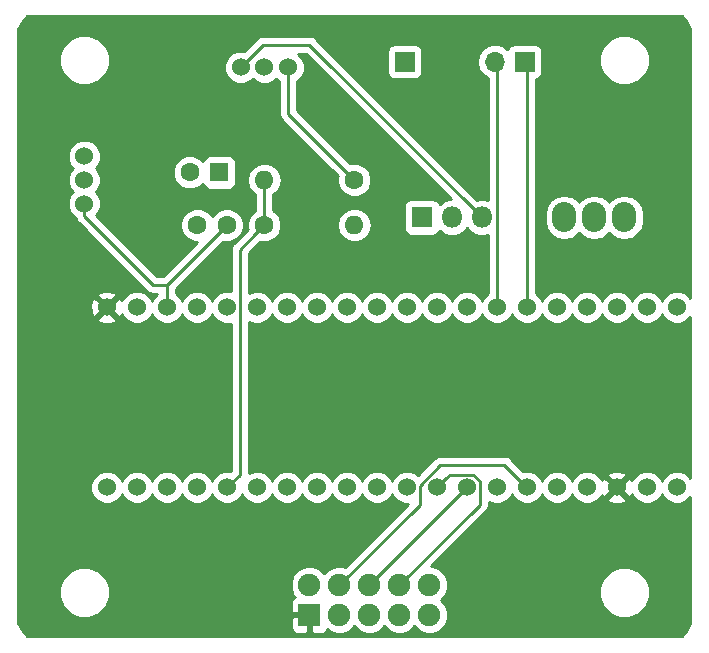
<source format=gbr>
G04 #@! TF.GenerationSoftware,KiCad,Pcbnew,(5.0.1-3-g963ef8bb5)*
G04 #@! TF.CreationDate,2019-04-02T14:03:18+07:00*
G04 #@! TF.ProjectId,STMaytal32v04,53544D617974616C33327630342E6B69,rev?*
G04 #@! TF.SameCoordinates,Original*
G04 #@! TF.FileFunction,Copper,L1,Top,Signal*
G04 #@! TF.FilePolarity,Positive*
%FSLAX46Y46*%
G04 Gerber Fmt 4.6, Leading zero omitted, Abs format (unit mm)*
G04 Created by KiCad (PCBNEW (5.0.1-3-g963ef8bb5)) date Tuesday, April 02, 2019 at 02:03:18 PM*
%MOMM*%
%LPD*%
G01*
G04 APERTURE LIST*
G04 #@! TA.AperFunction,ComponentPad*
%ADD10C,1.524000*%
G04 #@! TD*
G04 #@! TA.AperFunction,ComponentPad*
%ADD11C,1.600000*%
G04 #@! TD*
G04 #@! TA.AperFunction,ComponentPad*
%ADD12R,1.600000X1.600000*%
G04 #@! TD*
G04 #@! TA.AperFunction,ComponentPad*
%ADD13O,1.600000X1.600000*%
G04 #@! TD*
G04 #@! TA.AperFunction,ComponentPad*
%ADD14O,2.032000X2.540000*%
G04 #@! TD*
G04 #@! TA.AperFunction,ComponentPad*
%ADD15O,1.800000X1.800000*%
G04 #@! TD*
G04 #@! TA.AperFunction,ComponentPad*
%ADD16R,1.800000X1.800000*%
G04 #@! TD*
G04 #@! TA.AperFunction,ComponentPad*
%ADD17R,1.700000X1.700000*%
G04 #@! TD*
G04 #@! TA.AperFunction,ComponentPad*
%ADD18O,1.700000X1.700000*%
G04 #@! TD*
G04 #@! TA.AperFunction,ComponentPad*
%ADD19C,1.905000*%
G04 #@! TD*
G04 #@! TA.AperFunction,ComponentPad*
%ADD20R,1.905000X1.905000*%
G04 #@! TD*
G04 #@! TA.AperFunction,Conductor*
%ADD21C,0.250000*%
G04 #@! TD*
G04 #@! TA.AperFunction,Conductor*
%ADD22C,0.254000*%
G04 #@! TD*
G04 APERTURE END LIST*
D10*
G04 #@! TO.P,J1,3*
G04 #@! TO.N,Net-(J1-Pad3)*
X196310000Y-80010000D03*
G04 #@! TO.P,J1,1*
G04 #@! TO.N,Net-(J1-Pad1)*
X192310000Y-80010000D03*
G04 #@! TO.P,J1,2*
G04 #@! TO.N,GND*
X194310000Y-80010000D03*
G04 #@! TD*
D11*
G04 #@! TO.P,C1,2*
G04 #@! TO.N,GND*
X188000000Y-88900000D03*
D12*
G04 #@! TO.P,C1,1*
G04 #@! TO.N,VBAT*
X190500000Y-88900000D03*
G04 #@! TD*
D13*
G04 #@! TO.P,R2,2*
G04 #@! TO.N,GND*
X201930000Y-93345000D03*
D11*
G04 #@! TO.P,R2,1*
G04 #@! TO.N,PRESSURE*
X194310000Y-93345000D03*
G04 #@! TD*
D14*
G04 #@! TO.P,Q1,1*
G04 #@! TO.N,Q1_BASE*
X219710000Y-92710000D03*
G04 #@! TO.P,Q1,3*
G04 #@! TO.N,GND*
X224790000Y-92710000D03*
G04 #@! TO.P,Q1,2*
G04 #@! TO.N,Net-(Q1-Pad2)*
X222250000Y-92710000D03*
G04 #@! TD*
D11*
G04 #@! TO.P,R1,1*
G04 #@! TO.N,Net-(J1-Pad3)*
X201930000Y-89535000D03*
D13*
G04 #@! TO.P,R1,2*
G04 #@! TO.N,PRESSURE*
X194310000Y-89535000D03*
G04 #@! TD*
D15*
G04 #@! TO.P,U2,3*
G04 #@! TO.N,Net-(J1-Pad1)*
X212725000Y-92710000D03*
G04 #@! TO.P,U2,2*
G04 #@! TO.N,Net-(Q1-Pad2)*
X210185000Y-92710000D03*
D16*
G04 #@! TO.P,U2,1*
G04 #@! TO.N,VBAT*
X207645000Y-92710000D03*
G04 #@! TD*
D11*
G04 #@! TO.P,C2,2*
G04 #@! TO.N,GND*
X188635000Y-93345000D03*
G04 #@! TO.P,C2,1*
G04 #@! TO.N,VBAT*
X191135000Y-93345000D03*
G04 #@! TD*
D17*
G04 #@! TO.P,J3,1*
G04 #@! TO.N,GND*
X206197903Y-79529485D03*
G04 #@! TD*
G04 #@! TO.P,J4,1*
G04 #@! TO.N,SERIAL1.TX*
X216357903Y-79529485D03*
D18*
G04 #@! TO.P,J4,2*
G04 #@! TO.N,SERIAL1.RX*
X213817903Y-79529485D03*
G04 #@! TD*
D19*
G04 #@! TO.P,J2,5*
G04 #@! TO.N,CS-RI*
X203200000Y-126365000D03*
G04 #@! TO.P,J2,7*
G04 #@! TO.N,SCK-RX*
X205740000Y-126365000D03*
G04 #@! TO.P,J2,3*
G04 #@! TO.N,G0*
X200660000Y-126365000D03*
G04 #@! TO.P,J2,9*
G04 #@! TO.N,MISO-TX*
X208280000Y-126365000D03*
D20*
G04 #@! TO.P,J2,1*
G04 #@! TO.N,VCC*
X198120000Y-126365000D03*
D19*
G04 #@! TO.P,J2,10*
G04 #@! TO.N,GND*
X208280000Y-123825000D03*
G04 #@! TO.P,J2,8*
G04 #@! TO.N,MOSI-KEY*
X205740000Y-123825000D03*
G04 #@! TO.P,J2,6*
G04 #@! TO.N,RST*
X203200000Y-123825000D03*
G04 #@! TO.P,J2,4*
G04 #@! TO.N,G1-PSTAT*
X200660000Y-123825000D03*
G04 #@! TO.P,J2,2*
G04 #@! TO.N,EN*
X198120000Y-123825000D03*
G04 #@! TD*
D10*
G04 #@! TO.P,U1,1*
G04 #@! TO.N,Net-(U1-Pad1)*
X180975000Y-115570000D03*
G04 #@! TO.P,U1,2*
G04 #@! TO.N,Net-(U1-Pad2)*
X183515000Y-115570000D03*
G04 #@! TO.P,U1,3*
G04 #@! TO.N,Net-(U1-Pad3)*
X186055000Y-115570000D03*
G04 #@! TO.P,U1,4*
G04 #@! TO.N,Net-(U1-Pad4)*
X188595000Y-115570000D03*
G04 #@! TO.P,U1,10*
G04 #@! TO.N,PRESSURE*
X191135000Y-115570000D03*
G04 #@! TO.P,U1,11*
G04 #@! TO.N,Net-(U1-Pad11)*
X193675000Y-115570000D03*
G04 #@! TO.P,U1,12*
G04 #@! TO.N,Net-(U1-Pad12)*
X196215000Y-115570000D03*
G04 #@! TO.P,U1,13*
G04 #@! TO.N,G0*
X198755000Y-115570000D03*
G04 #@! TO.P,U1,14*
G04 #@! TO.N,CS-RI*
X201295000Y-115570000D03*
G04 #@! TO.P,U1,15*
G04 #@! TO.N,SCK-RX*
X203835000Y-115570000D03*
G04 #@! TO.P,U1,16*
G04 #@! TO.N,MISO-TX*
X206375000Y-115570000D03*
G04 #@! TO.P,U1,17*
G04 #@! TO.N,MOSI-KEY*
X208915000Y-115570000D03*
G04 #@! TO.P,U1,18*
G04 #@! TO.N,RST*
X211455000Y-115570000D03*
G04 #@! TO.P,U1,19*
G04 #@! TO.N,Q1_BASE*
X213995000Y-115570000D03*
G04 #@! TO.P,U1,21*
G04 #@! TO.N,G1-PSTAT*
X216535000Y-115570000D03*
G04 #@! TO.P,U1,22*
G04 #@! TO.N,EN*
X219075000Y-115570000D03*
G04 #@! TO.P,U1,7*
G04 #@! TO.N,Net-(U1-Pad7)*
X221615000Y-115570000D03*
G04 #@! TO.P,U1,3V3*
G04 #@! TO.N,VCC*
X224155000Y-115570000D03*
G04 #@! TO.P,U1,GND*
G04 #@! TO.N,GND*
X226695000Y-115570000D03*
X229235000Y-115570000D03*
G04 #@! TO.P,U1,3V3*
G04 #@! TO.N,VCC*
X180975000Y-100330000D03*
G04 #@! TO.P,U1,42*
G04 #@! TO.N,Net-(U1-Pad42)*
X196215000Y-100330000D03*
G04 #@! TO.P,U1,27*
G04 #@! TO.N,Net-(U1-Pad27)*
X224155000Y-100330000D03*
G04 #@! TO.P,U1,32*
G04 #@! TO.N,Net-(U1-Pad32)*
X211455000Y-100330000D03*
G04 #@! TO.P,U1,31*
G04 #@! TO.N,SERIAL1.RX*
X213995000Y-100330000D03*
G04 #@! TO.P,U1,33*
G04 #@! TO.N,Net-(U1-Pad33)*
X208915000Y-100330000D03*
G04 #@! TO.P,U1,38*
G04 #@! TO.N,N/C*
X206375000Y-100330000D03*
G04 #@! TO.P,U1,30*
G04 #@! TO.N,SERIAL1.TX*
X216535000Y-100330000D03*
G04 #@! TO.P,U1,28*
G04 #@! TO.N,Net-(U1-Pad28)*
X221615000Y-100330000D03*
G04 #@! TO.P,U1,26*
G04 #@! TO.N,Net-(U1-Pad26)*
X226695000Y-100330000D03*
G04 #@! TO.P,U1,41*
G04 #@! TO.N,Net-(U1-Pad41)*
X198755000Y-100330000D03*
G04 #@! TO.P,U1,40*
G04 #@! TO.N,Net-(U1-Pad40)*
X201295000Y-100330000D03*
G04 #@! TO.P,U1,29*
G04 #@! TO.N,Net-(U1-Pad29)*
X219075000Y-100330000D03*
G04 #@! TO.P,U1,46*
G04 #@! TO.N,Net-(U1-Pad46)*
X188595000Y-100330000D03*
G04 #@! TO.P,U1,45*
G04 #@! TO.N,Net-(U1-Pad45)*
X191135000Y-100330000D03*
G04 #@! TO.P,U1,5V*
G04 #@! TO.N,VBAT*
X186055000Y-100330000D03*
G04 #@! TO.P,U1,25*
G04 #@! TO.N,Net-(U1-Pad25)*
X229235000Y-100330000D03*
G04 #@! TO.P,U1,GND*
G04 #@! TO.N,GND*
X183515000Y-100330000D03*
G04 #@! TO.P,U1,43*
G04 #@! TO.N,Net-(U1-Pad43)*
X193675000Y-100330000D03*
G04 #@! TO.P,U1,39*
G04 #@! TO.N,Net-(U1-Pad39)*
X203835000Y-100330000D03*
G04 #@! TD*
G04 #@! TO.P,BT1,2*
G04 #@! TO.N,N/C*
X179070000Y-89535000D03*
G04 #@! TO.P,BT1,1*
G04 #@! TO.N,GND*
X179070000Y-87535000D03*
G04 #@! TO.P,BT1,3*
G04 #@! TO.N,VBAT*
X179070000Y-91535000D03*
G04 #@! TD*
D21*
G04 #@! TO.N,VBAT*
X186055000Y-98425000D02*
X191135000Y-93345000D01*
X186055000Y-100330000D02*
X186055000Y-98425000D01*
X179070000Y-92612630D02*
X184882370Y-98425000D01*
X179070000Y-91535000D02*
X179070000Y-92612630D01*
X184882370Y-98425000D02*
X186055000Y-98425000D01*
G04 #@! TO.N,Net-(J1-Pad3)*
X196310000Y-83915000D02*
X201930000Y-89535000D01*
X196310000Y-80010000D02*
X196310000Y-83915000D01*
G04 #@! TO.N,Net-(J1-Pad1)*
X192310000Y-80010000D02*
X194215000Y-78105000D01*
X198120000Y-78105000D02*
X212725000Y-92710000D01*
X194215000Y-78105000D02*
X198120000Y-78105000D01*
G04 #@! TO.N,PRESSURE*
X194310000Y-89535000D02*
X194310000Y-93345000D01*
X193510001Y-94144999D02*
X194310000Y-93345000D01*
X192222001Y-114482999D02*
X192222001Y-95432999D01*
X192222001Y-95432999D02*
X193510001Y-94144999D01*
X191135000Y-115570000D02*
X192222001Y-114482999D01*
G04 #@! TO.N,RST*
X203200000Y-123825000D02*
X211455000Y-115570000D01*
G04 #@! TO.N,MOSI-KEY*
X209676999Y-114808001D02*
X208915000Y-115570000D01*
X211976761Y-114482999D02*
X210002001Y-114482999D01*
X210002001Y-114482999D02*
X209676999Y-114808001D01*
X212542001Y-117022999D02*
X212542001Y-115048239D01*
X212542001Y-115048239D02*
X211976761Y-114482999D01*
X205740000Y-123825000D02*
X212542001Y-117022999D01*
G04 #@! TO.N,G1-PSTAT*
X207462001Y-115414237D02*
X209211238Y-113665000D01*
X207462001Y-117022999D02*
X207462001Y-115414237D01*
X200660000Y-123825000D02*
X207462001Y-117022999D01*
X214630000Y-113665000D02*
X215900000Y-114935000D01*
X209211238Y-113665000D02*
X214630000Y-113665000D01*
X215900000Y-114935000D02*
X216535000Y-115570000D01*
G04 #@! TO.N,SERIAL1.RX*
X213995000Y-79706582D02*
X213817903Y-79529485D01*
X213995000Y-100330000D02*
X213995000Y-79706582D01*
G04 #@! TO.N,SERIAL1.TX*
X216535000Y-100330000D02*
X216535000Y-79706582D01*
X216535000Y-79706582D02*
X216357903Y-79529485D01*
G04 #@! TD*
D22*
G04 #@! TO.N,VCC*
G36*
X229965789Y-76075919D02*
X230378000Y-76748585D01*
X230378000Y-99497343D01*
X230026337Y-99145680D01*
X229512881Y-98933000D01*
X228957119Y-98933000D01*
X228443663Y-99145680D01*
X228050680Y-99538663D01*
X227965000Y-99745513D01*
X227879320Y-99538663D01*
X227486337Y-99145680D01*
X226972881Y-98933000D01*
X226417119Y-98933000D01*
X225903663Y-99145680D01*
X225510680Y-99538663D01*
X225425000Y-99745513D01*
X225339320Y-99538663D01*
X224946337Y-99145680D01*
X224432881Y-98933000D01*
X223877119Y-98933000D01*
X223363663Y-99145680D01*
X222970680Y-99538663D01*
X222885000Y-99745513D01*
X222799320Y-99538663D01*
X222406337Y-99145680D01*
X221892881Y-98933000D01*
X221337119Y-98933000D01*
X220823663Y-99145680D01*
X220430680Y-99538663D01*
X220345000Y-99745513D01*
X220259320Y-99538663D01*
X219866337Y-99145680D01*
X219352881Y-98933000D01*
X218797119Y-98933000D01*
X218283663Y-99145680D01*
X217890680Y-99538663D01*
X217805000Y-99745513D01*
X217719320Y-99538663D01*
X217326337Y-99145680D01*
X217295000Y-99132700D01*
X217295000Y-92293392D01*
X218059000Y-92293392D01*
X218059000Y-93126609D01*
X218154792Y-93608188D01*
X218519695Y-94154305D01*
X219065813Y-94519208D01*
X219710000Y-94647345D01*
X220354188Y-94519208D01*
X220900305Y-94154305D01*
X220980000Y-94035033D01*
X221059695Y-94154305D01*
X221605813Y-94519208D01*
X222250000Y-94647345D01*
X222894188Y-94519208D01*
X223440305Y-94154305D01*
X223520000Y-94035033D01*
X223599695Y-94154305D01*
X224145813Y-94519208D01*
X224790000Y-94647345D01*
X225434188Y-94519208D01*
X225980305Y-94154305D01*
X226345208Y-93608188D01*
X226441000Y-93126608D01*
X226441000Y-92293391D01*
X226345208Y-91811812D01*
X225980305Y-91265695D01*
X225434187Y-90900792D01*
X224790000Y-90772655D01*
X224145812Y-90900792D01*
X223599695Y-91265695D01*
X223520000Y-91384967D01*
X223440305Y-91265695D01*
X222894187Y-90900792D01*
X222250000Y-90772655D01*
X221605812Y-90900792D01*
X221059695Y-91265695D01*
X220980000Y-91384967D01*
X220900305Y-91265695D01*
X220354187Y-90900792D01*
X219710000Y-90772655D01*
X219065812Y-90900792D01*
X218519695Y-91265695D01*
X218154792Y-91811813D01*
X218059000Y-92293392D01*
X217295000Y-92293392D01*
X217295000Y-81009601D01*
X217455668Y-80977642D01*
X217665712Y-80837294D01*
X217806060Y-80627250D01*
X217855343Y-80379485D01*
X217855343Y-78950322D01*
X222655000Y-78950322D01*
X222655000Y-79799678D01*
X222980034Y-80584380D01*
X223580620Y-81184966D01*
X224365322Y-81510000D01*
X225214678Y-81510000D01*
X225999380Y-81184966D01*
X226599966Y-80584380D01*
X226925000Y-79799678D01*
X226925000Y-78950322D01*
X226599966Y-78165620D01*
X225999380Y-77565034D01*
X225214678Y-77240000D01*
X224365322Y-77240000D01*
X223580620Y-77565034D01*
X222980034Y-78165620D01*
X222655000Y-78950322D01*
X217855343Y-78950322D01*
X217855343Y-78679485D01*
X217806060Y-78431720D01*
X217665712Y-78221676D01*
X217455668Y-78081328D01*
X217207903Y-78032045D01*
X215507903Y-78032045D01*
X215260138Y-78081328D01*
X215050094Y-78221676D01*
X214909746Y-78431720D01*
X214900719Y-78477104D01*
X214888528Y-78458860D01*
X214397321Y-78130646D01*
X213964159Y-78044485D01*
X213671647Y-78044485D01*
X213238485Y-78130646D01*
X212747278Y-78458860D01*
X212419064Y-78950067D01*
X212303811Y-79529485D01*
X212419064Y-80108903D01*
X212747278Y-80600110D01*
X213235001Y-80925996D01*
X213235000Y-91246373D01*
X212876182Y-91175000D01*
X212573818Y-91175000D01*
X212316071Y-91226269D01*
X199769287Y-78679485D01*
X204700463Y-78679485D01*
X204700463Y-80379485D01*
X204749746Y-80627250D01*
X204890094Y-80837294D01*
X205100138Y-80977642D01*
X205347903Y-81026925D01*
X207047903Y-81026925D01*
X207295668Y-80977642D01*
X207505712Y-80837294D01*
X207646060Y-80627250D01*
X207695343Y-80379485D01*
X207695343Y-78679485D01*
X207646060Y-78431720D01*
X207505712Y-78221676D01*
X207295668Y-78081328D01*
X207047903Y-78032045D01*
X205347903Y-78032045D01*
X205100138Y-78081328D01*
X204890094Y-78221676D01*
X204749746Y-78431720D01*
X204700463Y-78679485D01*
X199769287Y-78679485D01*
X198710331Y-77620530D01*
X198667929Y-77557071D01*
X198416537Y-77389096D01*
X198194852Y-77345000D01*
X198194847Y-77345000D01*
X198120000Y-77330112D01*
X198045153Y-77345000D01*
X194289848Y-77345000D01*
X194215000Y-77330112D01*
X194140152Y-77345000D01*
X194140148Y-77345000D01*
X193966605Y-77379520D01*
X193918462Y-77389096D01*
X193796768Y-77470410D01*
X193667071Y-77557071D01*
X193624671Y-77620527D01*
X192619218Y-78625980D01*
X192587881Y-78613000D01*
X192032119Y-78613000D01*
X191518663Y-78825680D01*
X191125680Y-79218663D01*
X190913000Y-79732119D01*
X190913000Y-80287881D01*
X191125680Y-80801337D01*
X191518663Y-81194320D01*
X192032119Y-81407000D01*
X192587881Y-81407000D01*
X193101337Y-81194320D01*
X193310000Y-80985657D01*
X193518663Y-81194320D01*
X194032119Y-81407000D01*
X194587881Y-81407000D01*
X195101337Y-81194320D01*
X195310000Y-80985657D01*
X195518663Y-81194320D01*
X195550000Y-81207300D01*
X195550001Y-83840148D01*
X195535112Y-83915000D01*
X195550001Y-83989852D01*
X195594097Y-84211537D01*
X195762072Y-84462929D01*
X195825528Y-84505329D01*
X200516896Y-89196698D01*
X200495000Y-89249561D01*
X200495000Y-89820439D01*
X200713466Y-90347862D01*
X201117138Y-90751534D01*
X201644561Y-90970000D01*
X202215439Y-90970000D01*
X202742862Y-90751534D01*
X203146534Y-90347862D01*
X203365000Y-89820439D01*
X203365000Y-89249561D01*
X203146534Y-88722138D01*
X202742862Y-88318466D01*
X202215439Y-88100000D01*
X201644561Y-88100000D01*
X201591698Y-88121896D01*
X197070000Y-83600199D01*
X197070000Y-81207300D01*
X197101337Y-81194320D01*
X197494320Y-80801337D01*
X197707000Y-80287881D01*
X197707000Y-79732119D01*
X197494320Y-79218663D01*
X197140657Y-78865000D01*
X197805199Y-78865000D01*
X210115198Y-91175000D01*
X210033818Y-91175000D01*
X209586073Y-91264062D01*
X209142129Y-91560696D01*
X209002809Y-91352191D01*
X208792765Y-91211843D01*
X208545000Y-91162560D01*
X206745000Y-91162560D01*
X206497235Y-91211843D01*
X206287191Y-91352191D01*
X206146843Y-91562235D01*
X206097560Y-91810000D01*
X206097560Y-93610000D01*
X206146843Y-93857765D01*
X206287191Y-94067809D01*
X206497235Y-94208157D01*
X206745000Y-94257440D01*
X208545000Y-94257440D01*
X208792765Y-94208157D01*
X209002809Y-94067809D01*
X209142129Y-93859304D01*
X209586073Y-94155938D01*
X210033818Y-94245000D01*
X210336182Y-94245000D01*
X210783927Y-94155938D01*
X211291673Y-93816673D01*
X211455000Y-93572237D01*
X211618327Y-93816673D01*
X212126073Y-94155938D01*
X212573818Y-94245000D01*
X212876182Y-94245000D01*
X213235000Y-94173627D01*
X213235000Y-99132700D01*
X213203663Y-99145680D01*
X212810680Y-99538663D01*
X212725000Y-99745513D01*
X212639320Y-99538663D01*
X212246337Y-99145680D01*
X211732881Y-98933000D01*
X211177119Y-98933000D01*
X210663663Y-99145680D01*
X210270680Y-99538663D01*
X210185000Y-99745513D01*
X210099320Y-99538663D01*
X209706337Y-99145680D01*
X209192881Y-98933000D01*
X208637119Y-98933000D01*
X208123663Y-99145680D01*
X207730680Y-99538663D01*
X207645000Y-99745513D01*
X207559320Y-99538663D01*
X207166337Y-99145680D01*
X206652881Y-98933000D01*
X206097119Y-98933000D01*
X205583663Y-99145680D01*
X205190680Y-99538663D01*
X205105000Y-99745513D01*
X205019320Y-99538663D01*
X204626337Y-99145680D01*
X204112881Y-98933000D01*
X203557119Y-98933000D01*
X203043663Y-99145680D01*
X202650680Y-99538663D01*
X202565000Y-99745513D01*
X202479320Y-99538663D01*
X202086337Y-99145680D01*
X201572881Y-98933000D01*
X201017119Y-98933000D01*
X200503663Y-99145680D01*
X200110680Y-99538663D01*
X200025000Y-99745513D01*
X199939320Y-99538663D01*
X199546337Y-99145680D01*
X199032881Y-98933000D01*
X198477119Y-98933000D01*
X197963663Y-99145680D01*
X197570680Y-99538663D01*
X197485000Y-99745513D01*
X197399320Y-99538663D01*
X197006337Y-99145680D01*
X196492881Y-98933000D01*
X195937119Y-98933000D01*
X195423663Y-99145680D01*
X195030680Y-99538663D01*
X194945000Y-99745513D01*
X194859320Y-99538663D01*
X194466337Y-99145680D01*
X193952881Y-98933000D01*
X193397119Y-98933000D01*
X192982001Y-99104947D01*
X192982001Y-95747800D01*
X193971698Y-94758104D01*
X194024561Y-94780000D01*
X194595439Y-94780000D01*
X195122862Y-94561534D01*
X195526534Y-94157862D01*
X195745000Y-93630439D01*
X195745000Y-93345000D01*
X200466887Y-93345000D01*
X200578260Y-93904909D01*
X200895423Y-94379577D01*
X201370091Y-94696740D01*
X201788667Y-94780000D01*
X202071333Y-94780000D01*
X202489909Y-94696740D01*
X202964577Y-94379577D01*
X203281740Y-93904909D01*
X203393113Y-93345000D01*
X203281740Y-92785091D01*
X202964577Y-92310423D01*
X202489909Y-91993260D01*
X202071333Y-91910000D01*
X201788667Y-91910000D01*
X201370091Y-91993260D01*
X200895423Y-92310423D01*
X200578260Y-92785091D01*
X200466887Y-93345000D01*
X195745000Y-93345000D01*
X195745000Y-93059561D01*
X195526534Y-92532138D01*
X195122862Y-92128466D01*
X195070000Y-92106570D01*
X195070000Y-90753043D01*
X195344577Y-90569577D01*
X195661740Y-90094909D01*
X195773113Y-89535000D01*
X195661740Y-88975091D01*
X195344577Y-88500423D01*
X194869909Y-88183260D01*
X194451333Y-88100000D01*
X194168667Y-88100000D01*
X193750091Y-88183260D01*
X193275423Y-88500423D01*
X192958260Y-88975091D01*
X192846887Y-89535000D01*
X192958260Y-90094909D01*
X193275423Y-90569577D01*
X193550000Y-90753044D01*
X193550001Y-92106570D01*
X193497138Y-92128466D01*
X193093466Y-92532138D01*
X192875000Y-93059561D01*
X192875000Y-93630439D01*
X192896896Y-93683302D01*
X191737529Y-94842670D01*
X191674073Y-94885070D01*
X191631673Y-94948526D01*
X191631672Y-94948527D01*
X191506098Y-95136462D01*
X191447113Y-95432999D01*
X191462002Y-95507851D01*
X191462002Y-98953346D01*
X191412881Y-98933000D01*
X190857119Y-98933000D01*
X190343663Y-99145680D01*
X189950680Y-99538663D01*
X189865000Y-99745513D01*
X189779320Y-99538663D01*
X189386337Y-99145680D01*
X188872881Y-98933000D01*
X188317119Y-98933000D01*
X187803663Y-99145680D01*
X187410680Y-99538663D01*
X187325000Y-99745513D01*
X187239320Y-99538663D01*
X186846337Y-99145680D01*
X186815000Y-99132700D01*
X186815000Y-98739801D01*
X190796698Y-94758104D01*
X190849561Y-94780000D01*
X191420439Y-94780000D01*
X191947862Y-94561534D01*
X192351534Y-94157862D01*
X192570000Y-93630439D01*
X192570000Y-93059561D01*
X192351534Y-92532138D01*
X191947862Y-92128466D01*
X191420439Y-91910000D01*
X190849561Y-91910000D01*
X190322138Y-92128466D01*
X189918466Y-92532138D01*
X189885000Y-92612932D01*
X189851534Y-92532138D01*
X189447862Y-92128466D01*
X188920439Y-91910000D01*
X188349561Y-91910000D01*
X187822138Y-92128466D01*
X187418466Y-92532138D01*
X187200000Y-93059561D01*
X187200000Y-93630439D01*
X187418466Y-94157862D01*
X187822138Y-94561534D01*
X188349561Y-94780000D01*
X188625198Y-94780000D01*
X185740199Y-97665000D01*
X185197173Y-97665000D01*
X180056414Y-92524243D01*
X180254320Y-92326337D01*
X180467000Y-91812881D01*
X180467000Y-91257119D01*
X180254320Y-90743663D01*
X180045657Y-90535000D01*
X180254320Y-90326337D01*
X180467000Y-89812881D01*
X180467000Y-89257119D01*
X180254320Y-88743663D01*
X180125218Y-88614561D01*
X186565000Y-88614561D01*
X186565000Y-89185439D01*
X186783466Y-89712862D01*
X187187138Y-90116534D01*
X187714561Y-90335000D01*
X188285439Y-90335000D01*
X188812862Y-90116534D01*
X189081899Y-89847497D01*
X189101843Y-89947765D01*
X189242191Y-90157809D01*
X189452235Y-90298157D01*
X189700000Y-90347440D01*
X191300000Y-90347440D01*
X191547765Y-90298157D01*
X191757809Y-90157809D01*
X191898157Y-89947765D01*
X191947440Y-89700000D01*
X191947440Y-88100000D01*
X191898157Y-87852235D01*
X191757809Y-87642191D01*
X191547765Y-87501843D01*
X191300000Y-87452560D01*
X189700000Y-87452560D01*
X189452235Y-87501843D01*
X189242191Y-87642191D01*
X189101843Y-87852235D01*
X189081899Y-87952503D01*
X188812862Y-87683466D01*
X188285439Y-87465000D01*
X187714561Y-87465000D01*
X187187138Y-87683466D01*
X186783466Y-88087138D01*
X186565000Y-88614561D01*
X180125218Y-88614561D01*
X180045657Y-88535000D01*
X180254320Y-88326337D01*
X180467000Y-87812881D01*
X180467000Y-87257119D01*
X180254320Y-86743663D01*
X179861337Y-86350680D01*
X179347881Y-86138000D01*
X178792119Y-86138000D01*
X178278663Y-86350680D01*
X177885680Y-86743663D01*
X177673000Y-87257119D01*
X177673000Y-87812881D01*
X177885680Y-88326337D01*
X178094343Y-88535000D01*
X177885680Y-88743663D01*
X177673000Y-89257119D01*
X177673000Y-89812881D01*
X177885680Y-90326337D01*
X178094343Y-90535000D01*
X177885680Y-90743663D01*
X177673000Y-91257119D01*
X177673000Y-91812881D01*
X177885680Y-92326337D01*
X178278663Y-92719320D01*
X178319716Y-92736325D01*
X178354097Y-92909167D01*
X178447172Y-93048463D01*
X178522072Y-93160559D01*
X178585528Y-93202959D01*
X184292043Y-98909476D01*
X184334441Y-98972929D01*
X184397894Y-99015327D01*
X184397896Y-99015329D01*
X184523272Y-99099102D01*
X184585833Y-99140904D01*
X184807518Y-99185000D01*
X184807522Y-99185000D01*
X184882369Y-99199888D01*
X184957216Y-99185000D01*
X185224343Y-99185000D01*
X184870680Y-99538663D01*
X184785000Y-99745513D01*
X184699320Y-99538663D01*
X184306337Y-99145680D01*
X183792881Y-98933000D01*
X183237119Y-98933000D01*
X182723663Y-99145680D01*
X182330680Y-99538663D01*
X182251572Y-99729647D01*
X182197397Y-99598857D01*
X181955213Y-99529392D01*
X181154605Y-100330000D01*
X181955213Y-101130608D01*
X182197397Y-101061143D01*
X182247535Y-100920607D01*
X182330680Y-101121337D01*
X182723663Y-101514320D01*
X183237119Y-101727000D01*
X183792881Y-101727000D01*
X184306337Y-101514320D01*
X184699320Y-101121337D01*
X184785000Y-100914487D01*
X184870680Y-101121337D01*
X185263663Y-101514320D01*
X185777119Y-101727000D01*
X186332881Y-101727000D01*
X186846337Y-101514320D01*
X187239320Y-101121337D01*
X187325000Y-100914487D01*
X187410680Y-101121337D01*
X187803663Y-101514320D01*
X188317119Y-101727000D01*
X188872881Y-101727000D01*
X189386337Y-101514320D01*
X189779320Y-101121337D01*
X189865000Y-100914487D01*
X189950680Y-101121337D01*
X190343663Y-101514320D01*
X190857119Y-101727000D01*
X191412881Y-101727000D01*
X191462002Y-101706654D01*
X191462001Y-114168197D01*
X191444218Y-114185980D01*
X191412881Y-114173000D01*
X190857119Y-114173000D01*
X190343663Y-114385680D01*
X189950680Y-114778663D01*
X189865000Y-114985513D01*
X189779320Y-114778663D01*
X189386337Y-114385680D01*
X188872881Y-114173000D01*
X188317119Y-114173000D01*
X187803663Y-114385680D01*
X187410680Y-114778663D01*
X187325000Y-114985513D01*
X187239320Y-114778663D01*
X186846337Y-114385680D01*
X186332881Y-114173000D01*
X185777119Y-114173000D01*
X185263663Y-114385680D01*
X184870680Y-114778663D01*
X184785000Y-114985513D01*
X184699320Y-114778663D01*
X184306337Y-114385680D01*
X183792881Y-114173000D01*
X183237119Y-114173000D01*
X182723663Y-114385680D01*
X182330680Y-114778663D01*
X182245000Y-114985513D01*
X182159320Y-114778663D01*
X181766337Y-114385680D01*
X181252881Y-114173000D01*
X180697119Y-114173000D01*
X180183663Y-114385680D01*
X179790680Y-114778663D01*
X179578000Y-115292119D01*
X179578000Y-115847881D01*
X179790680Y-116361337D01*
X180183663Y-116754320D01*
X180697119Y-116967000D01*
X181252881Y-116967000D01*
X181766337Y-116754320D01*
X182159320Y-116361337D01*
X182245000Y-116154487D01*
X182330680Y-116361337D01*
X182723663Y-116754320D01*
X183237119Y-116967000D01*
X183792881Y-116967000D01*
X184306337Y-116754320D01*
X184699320Y-116361337D01*
X184785000Y-116154487D01*
X184870680Y-116361337D01*
X185263663Y-116754320D01*
X185777119Y-116967000D01*
X186332881Y-116967000D01*
X186846337Y-116754320D01*
X187239320Y-116361337D01*
X187325000Y-116154487D01*
X187410680Y-116361337D01*
X187803663Y-116754320D01*
X188317119Y-116967000D01*
X188872881Y-116967000D01*
X189386337Y-116754320D01*
X189779320Y-116361337D01*
X189865000Y-116154487D01*
X189950680Y-116361337D01*
X190343663Y-116754320D01*
X190857119Y-116967000D01*
X191412881Y-116967000D01*
X191926337Y-116754320D01*
X192319320Y-116361337D01*
X192405000Y-116154487D01*
X192490680Y-116361337D01*
X192883663Y-116754320D01*
X193397119Y-116967000D01*
X193952881Y-116967000D01*
X194466337Y-116754320D01*
X194859320Y-116361337D01*
X194945000Y-116154487D01*
X195030680Y-116361337D01*
X195423663Y-116754320D01*
X195937119Y-116967000D01*
X196492881Y-116967000D01*
X197006337Y-116754320D01*
X197399320Y-116361337D01*
X197485000Y-116154487D01*
X197570680Y-116361337D01*
X197963663Y-116754320D01*
X198477119Y-116967000D01*
X199032881Y-116967000D01*
X199546337Y-116754320D01*
X199939320Y-116361337D01*
X200025000Y-116154487D01*
X200110680Y-116361337D01*
X200503663Y-116754320D01*
X201017119Y-116967000D01*
X201572881Y-116967000D01*
X202086337Y-116754320D01*
X202479320Y-116361337D01*
X202565000Y-116154487D01*
X202650680Y-116361337D01*
X203043663Y-116754320D01*
X203557119Y-116967000D01*
X204112881Y-116967000D01*
X204626337Y-116754320D01*
X205019320Y-116361337D01*
X205105000Y-116154487D01*
X205190680Y-116361337D01*
X205583663Y-116754320D01*
X206097119Y-116967000D01*
X206443198Y-116967000D01*
X201115021Y-122295178D01*
X200975773Y-122237500D01*
X200344227Y-122237500D01*
X199760753Y-122479182D01*
X199390000Y-122849935D01*
X199019247Y-122479182D01*
X198435773Y-122237500D01*
X197804227Y-122237500D01*
X197220753Y-122479182D01*
X196774182Y-122925753D01*
X196532500Y-123509227D01*
X196532500Y-124140773D01*
X196774182Y-124724247D01*
X196890043Y-124840108D01*
X196807802Y-124874173D01*
X196629173Y-125052801D01*
X196532500Y-125286190D01*
X196532500Y-126079250D01*
X196691250Y-126238000D01*
X197993000Y-126238000D01*
X197993000Y-126218000D01*
X198247000Y-126218000D01*
X198247000Y-126238000D01*
X198267000Y-126238000D01*
X198267000Y-126492000D01*
X198247000Y-126492000D01*
X198247000Y-127793750D01*
X198405750Y-127952500D01*
X199198809Y-127952500D01*
X199432198Y-127855827D01*
X199610827Y-127677199D01*
X199644893Y-127594958D01*
X199760753Y-127710818D01*
X200344227Y-127952500D01*
X200975773Y-127952500D01*
X201559247Y-127710818D01*
X201930000Y-127340065D01*
X202300753Y-127710818D01*
X202884227Y-127952500D01*
X203515773Y-127952500D01*
X204099247Y-127710818D01*
X204470000Y-127340065D01*
X204840753Y-127710818D01*
X205424227Y-127952500D01*
X206055773Y-127952500D01*
X206639247Y-127710818D01*
X207010000Y-127340065D01*
X207380753Y-127710818D01*
X207964227Y-127952500D01*
X208595773Y-127952500D01*
X209179247Y-127710818D01*
X209625818Y-127264247D01*
X209867500Y-126680773D01*
X209867500Y-126049227D01*
X209625818Y-125465753D01*
X209255065Y-125095000D01*
X209625818Y-124724247D01*
X209867500Y-124140773D01*
X209867500Y-124035322D01*
X222655000Y-124035322D01*
X222655000Y-124884678D01*
X222980034Y-125669380D01*
X223580620Y-126269966D01*
X224365322Y-126595000D01*
X225214678Y-126595000D01*
X225999380Y-126269966D01*
X226599966Y-125669380D01*
X226925000Y-124884678D01*
X226925000Y-124035322D01*
X226599966Y-123250620D01*
X225999380Y-122650034D01*
X225214678Y-122325000D01*
X224365322Y-122325000D01*
X223580620Y-122650034D01*
X222980034Y-123250620D01*
X222655000Y-124035322D01*
X209867500Y-124035322D01*
X209867500Y-123509227D01*
X209625818Y-122925753D01*
X209179247Y-122479182D01*
X208595773Y-122237500D01*
X208402301Y-122237500D01*
X213026474Y-117613328D01*
X213089930Y-117570928D01*
X213257905Y-117319536D01*
X213302001Y-117097851D01*
X213302001Y-117097847D01*
X213316889Y-117023000D01*
X213302001Y-116948153D01*
X213302001Y-116795053D01*
X213717119Y-116967000D01*
X214272881Y-116967000D01*
X214786337Y-116754320D01*
X215179320Y-116361337D01*
X215265000Y-116154487D01*
X215350680Y-116361337D01*
X215743663Y-116754320D01*
X216257119Y-116967000D01*
X216812881Y-116967000D01*
X217326337Y-116754320D01*
X217719320Y-116361337D01*
X217805000Y-116154487D01*
X217890680Y-116361337D01*
X218283663Y-116754320D01*
X218797119Y-116967000D01*
X219352881Y-116967000D01*
X219866337Y-116754320D01*
X220259320Y-116361337D01*
X220345000Y-116154487D01*
X220430680Y-116361337D01*
X220823663Y-116754320D01*
X221337119Y-116967000D01*
X221892881Y-116967000D01*
X222406337Y-116754320D01*
X222610444Y-116550213D01*
X223354392Y-116550213D01*
X223423857Y-116792397D01*
X223947302Y-116979144D01*
X224502368Y-116951362D01*
X224886143Y-116792397D01*
X224955608Y-116550213D01*
X224155000Y-115749605D01*
X223354392Y-116550213D01*
X222610444Y-116550213D01*
X222799320Y-116361337D01*
X222878428Y-116170353D01*
X222932603Y-116301143D01*
X223174787Y-116370608D01*
X223975395Y-115570000D01*
X223174787Y-114769392D01*
X222932603Y-114838857D01*
X222882465Y-114979393D01*
X222799320Y-114778663D01*
X222610444Y-114589787D01*
X223354392Y-114589787D01*
X224155000Y-115390395D01*
X224955608Y-114589787D01*
X224886143Y-114347603D01*
X224362698Y-114160856D01*
X223807632Y-114188638D01*
X223423857Y-114347603D01*
X223354392Y-114589787D01*
X222610444Y-114589787D01*
X222406337Y-114385680D01*
X221892881Y-114173000D01*
X221337119Y-114173000D01*
X220823663Y-114385680D01*
X220430680Y-114778663D01*
X220345000Y-114985513D01*
X220259320Y-114778663D01*
X219866337Y-114385680D01*
X219352881Y-114173000D01*
X218797119Y-114173000D01*
X218283663Y-114385680D01*
X217890680Y-114778663D01*
X217805000Y-114985513D01*
X217719320Y-114778663D01*
X217326337Y-114385680D01*
X216812881Y-114173000D01*
X216257119Y-114173000D01*
X216225782Y-114185980D01*
X215220331Y-113180530D01*
X215177929Y-113117071D01*
X214926537Y-112949096D01*
X214704852Y-112905000D01*
X214704847Y-112905000D01*
X214630000Y-112890112D01*
X214555153Y-112905000D01*
X209286086Y-112905000D01*
X209211238Y-112890112D01*
X209136390Y-112905000D01*
X209136386Y-112905000D01*
X208962843Y-112939520D01*
X208914700Y-112949096D01*
X208727656Y-113074076D01*
X208663309Y-113117071D01*
X208620909Y-113180527D01*
X207291047Y-114510390D01*
X207166337Y-114385680D01*
X206652881Y-114173000D01*
X206097119Y-114173000D01*
X205583663Y-114385680D01*
X205190680Y-114778663D01*
X205105000Y-114985513D01*
X205019320Y-114778663D01*
X204626337Y-114385680D01*
X204112881Y-114173000D01*
X203557119Y-114173000D01*
X203043663Y-114385680D01*
X202650680Y-114778663D01*
X202565000Y-114985513D01*
X202479320Y-114778663D01*
X202086337Y-114385680D01*
X201572881Y-114173000D01*
X201017119Y-114173000D01*
X200503663Y-114385680D01*
X200110680Y-114778663D01*
X200025000Y-114985513D01*
X199939320Y-114778663D01*
X199546337Y-114385680D01*
X199032881Y-114173000D01*
X198477119Y-114173000D01*
X197963663Y-114385680D01*
X197570680Y-114778663D01*
X197485000Y-114985513D01*
X197399320Y-114778663D01*
X197006337Y-114385680D01*
X196492881Y-114173000D01*
X195937119Y-114173000D01*
X195423663Y-114385680D01*
X195030680Y-114778663D01*
X194945000Y-114985513D01*
X194859320Y-114778663D01*
X194466337Y-114385680D01*
X193952881Y-114173000D01*
X193397119Y-114173000D01*
X192982001Y-114344947D01*
X192982001Y-101555053D01*
X193397119Y-101727000D01*
X193952881Y-101727000D01*
X194466337Y-101514320D01*
X194859320Y-101121337D01*
X194945000Y-100914487D01*
X195030680Y-101121337D01*
X195423663Y-101514320D01*
X195937119Y-101727000D01*
X196492881Y-101727000D01*
X197006337Y-101514320D01*
X197399320Y-101121337D01*
X197485000Y-100914487D01*
X197570680Y-101121337D01*
X197963663Y-101514320D01*
X198477119Y-101727000D01*
X199032881Y-101727000D01*
X199546337Y-101514320D01*
X199939320Y-101121337D01*
X200025000Y-100914487D01*
X200110680Y-101121337D01*
X200503663Y-101514320D01*
X201017119Y-101727000D01*
X201572881Y-101727000D01*
X202086337Y-101514320D01*
X202479320Y-101121337D01*
X202565000Y-100914487D01*
X202650680Y-101121337D01*
X203043663Y-101514320D01*
X203557119Y-101727000D01*
X204112881Y-101727000D01*
X204626337Y-101514320D01*
X205019320Y-101121337D01*
X205105000Y-100914487D01*
X205190680Y-101121337D01*
X205583663Y-101514320D01*
X206097119Y-101727000D01*
X206652881Y-101727000D01*
X207166337Y-101514320D01*
X207559320Y-101121337D01*
X207645000Y-100914487D01*
X207730680Y-101121337D01*
X208123663Y-101514320D01*
X208637119Y-101727000D01*
X209192881Y-101727000D01*
X209706337Y-101514320D01*
X210099320Y-101121337D01*
X210185000Y-100914487D01*
X210270680Y-101121337D01*
X210663663Y-101514320D01*
X211177119Y-101727000D01*
X211732881Y-101727000D01*
X212246337Y-101514320D01*
X212639320Y-101121337D01*
X212725000Y-100914487D01*
X212810680Y-101121337D01*
X213203663Y-101514320D01*
X213717119Y-101727000D01*
X214272881Y-101727000D01*
X214786337Y-101514320D01*
X215179320Y-101121337D01*
X215265000Y-100914487D01*
X215350680Y-101121337D01*
X215743663Y-101514320D01*
X216257119Y-101727000D01*
X216812881Y-101727000D01*
X217326337Y-101514320D01*
X217719320Y-101121337D01*
X217805000Y-100914487D01*
X217890680Y-101121337D01*
X218283663Y-101514320D01*
X218797119Y-101727000D01*
X219352881Y-101727000D01*
X219866337Y-101514320D01*
X220259320Y-101121337D01*
X220345000Y-100914487D01*
X220430680Y-101121337D01*
X220823663Y-101514320D01*
X221337119Y-101727000D01*
X221892881Y-101727000D01*
X222406337Y-101514320D01*
X222799320Y-101121337D01*
X222885000Y-100914487D01*
X222970680Y-101121337D01*
X223363663Y-101514320D01*
X223877119Y-101727000D01*
X224432881Y-101727000D01*
X224946337Y-101514320D01*
X225339320Y-101121337D01*
X225425000Y-100914487D01*
X225510680Y-101121337D01*
X225903663Y-101514320D01*
X226417119Y-101727000D01*
X226972881Y-101727000D01*
X227486337Y-101514320D01*
X227879320Y-101121337D01*
X227965000Y-100914487D01*
X228050680Y-101121337D01*
X228443663Y-101514320D01*
X228957119Y-101727000D01*
X229512881Y-101727000D01*
X230026337Y-101514320D01*
X230378000Y-101162657D01*
X230378000Y-114737343D01*
X230026337Y-114385680D01*
X229512881Y-114173000D01*
X228957119Y-114173000D01*
X228443663Y-114385680D01*
X228050680Y-114778663D01*
X227965000Y-114985513D01*
X227879320Y-114778663D01*
X227486337Y-114385680D01*
X226972881Y-114173000D01*
X226417119Y-114173000D01*
X225903663Y-114385680D01*
X225510680Y-114778663D01*
X225431572Y-114969647D01*
X225377397Y-114838857D01*
X225135213Y-114769392D01*
X224334605Y-115570000D01*
X225135213Y-116370608D01*
X225377397Y-116301143D01*
X225427535Y-116160607D01*
X225510680Y-116361337D01*
X225903663Y-116754320D01*
X226417119Y-116967000D01*
X226972881Y-116967000D01*
X227486337Y-116754320D01*
X227879320Y-116361337D01*
X227965000Y-116154487D01*
X228050680Y-116361337D01*
X228443663Y-116754320D01*
X228957119Y-116967000D01*
X229512881Y-116967000D01*
X230026337Y-116754320D01*
X230378000Y-116402657D01*
X230378000Y-127086415D01*
X229965789Y-127759081D01*
X229637892Y-128143000D01*
X174222108Y-128143000D01*
X173894210Y-127759081D01*
X173482000Y-127086414D01*
X173482000Y-126650750D01*
X196532500Y-126650750D01*
X196532500Y-127443810D01*
X196629173Y-127677199D01*
X196807802Y-127855827D01*
X197041191Y-127952500D01*
X197834250Y-127952500D01*
X197993000Y-127793750D01*
X197993000Y-126492000D01*
X196691250Y-126492000D01*
X196532500Y-126650750D01*
X173482000Y-126650750D01*
X173482000Y-124035322D01*
X176935000Y-124035322D01*
X176935000Y-124884678D01*
X177260034Y-125669380D01*
X177860620Y-126269966D01*
X178645322Y-126595000D01*
X179494678Y-126595000D01*
X180279380Y-126269966D01*
X180879966Y-125669380D01*
X181205000Y-124884678D01*
X181205000Y-124035322D01*
X180879966Y-123250620D01*
X180279380Y-122650034D01*
X179494678Y-122325000D01*
X178645322Y-122325000D01*
X177860620Y-122650034D01*
X177260034Y-123250620D01*
X176935000Y-124035322D01*
X173482000Y-124035322D01*
X173482000Y-101310213D01*
X180174392Y-101310213D01*
X180243857Y-101552397D01*
X180767302Y-101739144D01*
X181322368Y-101711362D01*
X181706143Y-101552397D01*
X181775608Y-101310213D01*
X180975000Y-100509605D01*
X180174392Y-101310213D01*
X173482000Y-101310213D01*
X173482000Y-100122302D01*
X179565856Y-100122302D01*
X179593638Y-100677368D01*
X179752603Y-101061143D01*
X179994787Y-101130608D01*
X180795395Y-100330000D01*
X179994787Y-99529392D01*
X179752603Y-99598857D01*
X179565856Y-100122302D01*
X173482000Y-100122302D01*
X173482000Y-99349787D01*
X180174392Y-99349787D01*
X180975000Y-100150395D01*
X181775608Y-99349787D01*
X181706143Y-99107603D01*
X181182698Y-98920856D01*
X180627632Y-98948638D01*
X180243857Y-99107603D01*
X180174392Y-99349787D01*
X173482000Y-99349787D01*
X173482000Y-78950322D01*
X176935000Y-78950322D01*
X176935000Y-79799678D01*
X177260034Y-80584380D01*
X177860620Y-81184966D01*
X178645322Y-81510000D01*
X179494678Y-81510000D01*
X180279380Y-81184966D01*
X180879966Y-80584380D01*
X181205000Y-79799678D01*
X181205000Y-78950322D01*
X180879966Y-78165620D01*
X180279380Y-77565034D01*
X179494678Y-77240000D01*
X178645322Y-77240000D01*
X177860620Y-77565034D01*
X177260034Y-78165620D01*
X176935000Y-78950322D01*
X173482000Y-78950322D01*
X173482000Y-76748586D01*
X173894210Y-76075919D01*
X174222108Y-75692000D01*
X229637892Y-75692000D01*
X229965789Y-76075919D01*
X229965789Y-76075919D01*
G37*
X229965789Y-76075919D02*
X230378000Y-76748585D01*
X230378000Y-99497343D01*
X230026337Y-99145680D01*
X229512881Y-98933000D01*
X228957119Y-98933000D01*
X228443663Y-99145680D01*
X228050680Y-99538663D01*
X227965000Y-99745513D01*
X227879320Y-99538663D01*
X227486337Y-99145680D01*
X226972881Y-98933000D01*
X226417119Y-98933000D01*
X225903663Y-99145680D01*
X225510680Y-99538663D01*
X225425000Y-99745513D01*
X225339320Y-99538663D01*
X224946337Y-99145680D01*
X224432881Y-98933000D01*
X223877119Y-98933000D01*
X223363663Y-99145680D01*
X222970680Y-99538663D01*
X222885000Y-99745513D01*
X222799320Y-99538663D01*
X222406337Y-99145680D01*
X221892881Y-98933000D01*
X221337119Y-98933000D01*
X220823663Y-99145680D01*
X220430680Y-99538663D01*
X220345000Y-99745513D01*
X220259320Y-99538663D01*
X219866337Y-99145680D01*
X219352881Y-98933000D01*
X218797119Y-98933000D01*
X218283663Y-99145680D01*
X217890680Y-99538663D01*
X217805000Y-99745513D01*
X217719320Y-99538663D01*
X217326337Y-99145680D01*
X217295000Y-99132700D01*
X217295000Y-92293392D01*
X218059000Y-92293392D01*
X218059000Y-93126609D01*
X218154792Y-93608188D01*
X218519695Y-94154305D01*
X219065813Y-94519208D01*
X219710000Y-94647345D01*
X220354188Y-94519208D01*
X220900305Y-94154305D01*
X220980000Y-94035033D01*
X221059695Y-94154305D01*
X221605813Y-94519208D01*
X222250000Y-94647345D01*
X222894188Y-94519208D01*
X223440305Y-94154305D01*
X223520000Y-94035033D01*
X223599695Y-94154305D01*
X224145813Y-94519208D01*
X224790000Y-94647345D01*
X225434188Y-94519208D01*
X225980305Y-94154305D01*
X226345208Y-93608188D01*
X226441000Y-93126608D01*
X226441000Y-92293391D01*
X226345208Y-91811812D01*
X225980305Y-91265695D01*
X225434187Y-90900792D01*
X224790000Y-90772655D01*
X224145812Y-90900792D01*
X223599695Y-91265695D01*
X223520000Y-91384967D01*
X223440305Y-91265695D01*
X222894187Y-90900792D01*
X222250000Y-90772655D01*
X221605812Y-90900792D01*
X221059695Y-91265695D01*
X220980000Y-91384967D01*
X220900305Y-91265695D01*
X220354187Y-90900792D01*
X219710000Y-90772655D01*
X219065812Y-90900792D01*
X218519695Y-91265695D01*
X218154792Y-91811813D01*
X218059000Y-92293392D01*
X217295000Y-92293392D01*
X217295000Y-81009601D01*
X217455668Y-80977642D01*
X217665712Y-80837294D01*
X217806060Y-80627250D01*
X217855343Y-80379485D01*
X217855343Y-78950322D01*
X222655000Y-78950322D01*
X222655000Y-79799678D01*
X222980034Y-80584380D01*
X223580620Y-81184966D01*
X224365322Y-81510000D01*
X225214678Y-81510000D01*
X225999380Y-81184966D01*
X226599966Y-80584380D01*
X226925000Y-79799678D01*
X226925000Y-78950322D01*
X226599966Y-78165620D01*
X225999380Y-77565034D01*
X225214678Y-77240000D01*
X224365322Y-77240000D01*
X223580620Y-77565034D01*
X222980034Y-78165620D01*
X222655000Y-78950322D01*
X217855343Y-78950322D01*
X217855343Y-78679485D01*
X217806060Y-78431720D01*
X217665712Y-78221676D01*
X217455668Y-78081328D01*
X217207903Y-78032045D01*
X215507903Y-78032045D01*
X215260138Y-78081328D01*
X215050094Y-78221676D01*
X214909746Y-78431720D01*
X214900719Y-78477104D01*
X214888528Y-78458860D01*
X214397321Y-78130646D01*
X213964159Y-78044485D01*
X213671647Y-78044485D01*
X213238485Y-78130646D01*
X212747278Y-78458860D01*
X212419064Y-78950067D01*
X212303811Y-79529485D01*
X212419064Y-80108903D01*
X212747278Y-80600110D01*
X213235001Y-80925996D01*
X213235000Y-91246373D01*
X212876182Y-91175000D01*
X212573818Y-91175000D01*
X212316071Y-91226269D01*
X199769287Y-78679485D01*
X204700463Y-78679485D01*
X204700463Y-80379485D01*
X204749746Y-80627250D01*
X204890094Y-80837294D01*
X205100138Y-80977642D01*
X205347903Y-81026925D01*
X207047903Y-81026925D01*
X207295668Y-80977642D01*
X207505712Y-80837294D01*
X207646060Y-80627250D01*
X207695343Y-80379485D01*
X207695343Y-78679485D01*
X207646060Y-78431720D01*
X207505712Y-78221676D01*
X207295668Y-78081328D01*
X207047903Y-78032045D01*
X205347903Y-78032045D01*
X205100138Y-78081328D01*
X204890094Y-78221676D01*
X204749746Y-78431720D01*
X204700463Y-78679485D01*
X199769287Y-78679485D01*
X198710331Y-77620530D01*
X198667929Y-77557071D01*
X198416537Y-77389096D01*
X198194852Y-77345000D01*
X198194847Y-77345000D01*
X198120000Y-77330112D01*
X198045153Y-77345000D01*
X194289848Y-77345000D01*
X194215000Y-77330112D01*
X194140152Y-77345000D01*
X194140148Y-77345000D01*
X193966605Y-77379520D01*
X193918462Y-77389096D01*
X193796768Y-77470410D01*
X193667071Y-77557071D01*
X193624671Y-77620527D01*
X192619218Y-78625980D01*
X192587881Y-78613000D01*
X192032119Y-78613000D01*
X191518663Y-78825680D01*
X191125680Y-79218663D01*
X190913000Y-79732119D01*
X190913000Y-80287881D01*
X191125680Y-80801337D01*
X191518663Y-81194320D01*
X192032119Y-81407000D01*
X192587881Y-81407000D01*
X193101337Y-81194320D01*
X193310000Y-80985657D01*
X193518663Y-81194320D01*
X194032119Y-81407000D01*
X194587881Y-81407000D01*
X195101337Y-81194320D01*
X195310000Y-80985657D01*
X195518663Y-81194320D01*
X195550000Y-81207300D01*
X195550001Y-83840148D01*
X195535112Y-83915000D01*
X195550001Y-83989852D01*
X195594097Y-84211537D01*
X195762072Y-84462929D01*
X195825528Y-84505329D01*
X200516896Y-89196698D01*
X200495000Y-89249561D01*
X200495000Y-89820439D01*
X200713466Y-90347862D01*
X201117138Y-90751534D01*
X201644561Y-90970000D01*
X202215439Y-90970000D01*
X202742862Y-90751534D01*
X203146534Y-90347862D01*
X203365000Y-89820439D01*
X203365000Y-89249561D01*
X203146534Y-88722138D01*
X202742862Y-88318466D01*
X202215439Y-88100000D01*
X201644561Y-88100000D01*
X201591698Y-88121896D01*
X197070000Y-83600199D01*
X197070000Y-81207300D01*
X197101337Y-81194320D01*
X197494320Y-80801337D01*
X197707000Y-80287881D01*
X197707000Y-79732119D01*
X197494320Y-79218663D01*
X197140657Y-78865000D01*
X197805199Y-78865000D01*
X210115198Y-91175000D01*
X210033818Y-91175000D01*
X209586073Y-91264062D01*
X209142129Y-91560696D01*
X209002809Y-91352191D01*
X208792765Y-91211843D01*
X208545000Y-91162560D01*
X206745000Y-91162560D01*
X206497235Y-91211843D01*
X206287191Y-91352191D01*
X206146843Y-91562235D01*
X206097560Y-91810000D01*
X206097560Y-93610000D01*
X206146843Y-93857765D01*
X206287191Y-94067809D01*
X206497235Y-94208157D01*
X206745000Y-94257440D01*
X208545000Y-94257440D01*
X208792765Y-94208157D01*
X209002809Y-94067809D01*
X209142129Y-93859304D01*
X209586073Y-94155938D01*
X210033818Y-94245000D01*
X210336182Y-94245000D01*
X210783927Y-94155938D01*
X211291673Y-93816673D01*
X211455000Y-93572237D01*
X211618327Y-93816673D01*
X212126073Y-94155938D01*
X212573818Y-94245000D01*
X212876182Y-94245000D01*
X213235000Y-94173627D01*
X213235000Y-99132700D01*
X213203663Y-99145680D01*
X212810680Y-99538663D01*
X212725000Y-99745513D01*
X212639320Y-99538663D01*
X212246337Y-99145680D01*
X211732881Y-98933000D01*
X211177119Y-98933000D01*
X210663663Y-99145680D01*
X210270680Y-99538663D01*
X210185000Y-99745513D01*
X210099320Y-99538663D01*
X209706337Y-99145680D01*
X209192881Y-98933000D01*
X208637119Y-98933000D01*
X208123663Y-99145680D01*
X207730680Y-99538663D01*
X207645000Y-99745513D01*
X207559320Y-99538663D01*
X207166337Y-99145680D01*
X206652881Y-98933000D01*
X206097119Y-98933000D01*
X205583663Y-99145680D01*
X205190680Y-99538663D01*
X205105000Y-99745513D01*
X205019320Y-99538663D01*
X204626337Y-99145680D01*
X204112881Y-98933000D01*
X203557119Y-98933000D01*
X203043663Y-99145680D01*
X202650680Y-99538663D01*
X202565000Y-99745513D01*
X202479320Y-99538663D01*
X202086337Y-99145680D01*
X201572881Y-98933000D01*
X201017119Y-98933000D01*
X200503663Y-99145680D01*
X200110680Y-99538663D01*
X200025000Y-99745513D01*
X199939320Y-99538663D01*
X199546337Y-99145680D01*
X199032881Y-98933000D01*
X198477119Y-98933000D01*
X197963663Y-99145680D01*
X197570680Y-99538663D01*
X197485000Y-99745513D01*
X197399320Y-99538663D01*
X197006337Y-99145680D01*
X196492881Y-98933000D01*
X195937119Y-98933000D01*
X195423663Y-99145680D01*
X195030680Y-99538663D01*
X194945000Y-99745513D01*
X194859320Y-99538663D01*
X194466337Y-99145680D01*
X193952881Y-98933000D01*
X193397119Y-98933000D01*
X192982001Y-99104947D01*
X192982001Y-95747800D01*
X193971698Y-94758104D01*
X194024561Y-94780000D01*
X194595439Y-94780000D01*
X195122862Y-94561534D01*
X195526534Y-94157862D01*
X195745000Y-93630439D01*
X195745000Y-93345000D01*
X200466887Y-93345000D01*
X200578260Y-93904909D01*
X200895423Y-94379577D01*
X201370091Y-94696740D01*
X201788667Y-94780000D01*
X202071333Y-94780000D01*
X202489909Y-94696740D01*
X202964577Y-94379577D01*
X203281740Y-93904909D01*
X203393113Y-93345000D01*
X203281740Y-92785091D01*
X202964577Y-92310423D01*
X202489909Y-91993260D01*
X202071333Y-91910000D01*
X201788667Y-91910000D01*
X201370091Y-91993260D01*
X200895423Y-92310423D01*
X200578260Y-92785091D01*
X200466887Y-93345000D01*
X195745000Y-93345000D01*
X195745000Y-93059561D01*
X195526534Y-92532138D01*
X195122862Y-92128466D01*
X195070000Y-92106570D01*
X195070000Y-90753043D01*
X195344577Y-90569577D01*
X195661740Y-90094909D01*
X195773113Y-89535000D01*
X195661740Y-88975091D01*
X195344577Y-88500423D01*
X194869909Y-88183260D01*
X194451333Y-88100000D01*
X194168667Y-88100000D01*
X193750091Y-88183260D01*
X193275423Y-88500423D01*
X192958260Y-88975091D01*
X192846887Y-89535000D01*
X192958260Y-90094909D01*
X193275423Y-90569577D01*
X193550000Y-90753044D01*
X193550001Y-92106570D01*
X193497138Y-92128466D01*
X193093466Y-92532138D01*
X192875000Y-93059561D01*
X192875000Y-93630439D01*
X192896896Y-93683302D01*
X191737529Y-94842670D01*
X191674073Y-94885070D01*
X191631673Y-94948526D01*
X191631672Y-94948527D01*
X191506098Y-95136462D01*
X191447113Y-95432999D01*
X191462002Y-95507851D01*
X191462002Y-98953346D01*
X191412881Y-98933000D01*
X190857119Y-98933000D01*
X190343663Y-99145680D01*
X189950680Y-99538663D01*
X189865000Y-99745513D01*
X189779320Y-99538663D01*
X189386337Y-99145680D01*
X188872881Y-98933000D01*
X188317119Y-98933000D01*
X187803663Y-99145680D01*
X187410680Y-99538663D01*
X187325000Y-99745513D01*
X187239320Y-99538663D01*
X186846337Y-99145680D01*
X186815000Y-99132700D01*
X186815000Y-98739801D01*
X190796698Y-94758104D01*
X190849561Y-94780000D01*
X191420439Y-94780000D01*
X191947862Y-94561534D01*
X192351534Y-94157862D01*
X192570000Y-93630439D01*
X192570000Y-93059561D01*
X192351534Y-92532138D01*
X191947862Y-92128466D01*
X191420439Y-91910000D01*
X190849561Y-91910000D01*
X190322138Y-92128466D01*
X189918466Y-92532138D01*
X189885000Y-92612932D01*
X189851534Y-92532138D01*
X189447862Y-92128466D01*
X188920439Y-91910000D01*
X188349561Y-91910000D01*
X187822138Y-92128466D01*
X187418466Y-92532138D01*
X187200000Y-93059561D01*
X187200000Y-93630439D01*
X187418466Y-94157862D01*
X187822138Y-94561534D01*
X188349561Y-94780000D01*
X188625198Y-94780000D01*
X185740199Y-97665000D01*
X185197173Y-97665000D01*
X180056414Y-92524243D01*
X180254320Y-92326337D01*
X180467000Y-91812881D01*
X180467000Y-91257119D01*
X180254320Y-90743663D01*
X180045657Y-90535000D01*
X180254320Y-90326337D01*
X180467000Y-89812881D01*
X180467000Y-89257119D01*
X180254320Y-88743663D01*
X180125218Y-88614561D01*
X186565000Y-88614561D01*
X186565000Y-89185439D01*
X186783466Y-89712862D01*
X187187138Y-90116534D01*
X187714561Y-90335000D01*
X188285439Y-90335000D01*
X188812862Y-90116534D01*
X189081899Y-89847497D01*
X189101843Y-89947765D01*
X189242191Y-90157809D01*
X189452235Y-90298157D01*
X189700000Y-90347440D01*
X191300000Y-90347440D01*
X191547765Y-90298157D01*
X191757809Y-90157809D01*
X191898157Y-89947765D01*
X191947440Y-89700000D01*
X191947440Y-88100000D01*
X191898157Y-87852235D01*
X191757809Y-87642191D01*
X191547765Y-87501843D01*
X191300000Y-87452560D01*
X189700000Y-87452560D01*
X189452235Y-87501843D01*
X189242191Y-87642191D01*
X189101843Y-87852235D01*
X189081899Y-87952503D01*
X188812862Y-87683466D01*
X188285439Y-87465000D01*
X187714561Y-87465000D01*
X187187138Y-87683466D01*
X186783466Y-88087138D01*
X186565000Y-88614561D01*
X180125218Y-88614561D01*
X180045657Y-88535000D01*
X180254320Y-88326337D01*
X180467000Y-87812881D01*
X180467000Y-87257119D01*
X180254320Y-86743663D01*
X179861337Y-86350680D01*
X179347881Y-86138000D01*
X178792119Y-86138000D01*
X178278663Y-86350680D01*
X177885680Y-86743663D01*
X177673000Y-87257119D01*
X177673000Y-87812881D01*
X177885680Y-88326337D01*
X178094343Y-88535000D01*
X177885680Y-88743663D01*
X177673000Y-89257119D01*
X177673000Y-89812881D01*
X177885680Y-90326337D01*
X178094343Y-90535000D01*
X177885680Y-90743663D01*
X177673000Y-91257119D01*
X177673000Y-91812881D01*
X177885680Y-92326337D01*
X178278663Y-92719320D01*
X178319716Y-92736325D01*
X178354097Y-92909167D01*
X178447172Y-93048463D01*
X178522072Y-93160559D01*
X178585528Y-93202959D01*
X184292043Y-98909476D01*
X184334441Y-98972929D01*
X184397894Y-99015327D01*
X184397896Y-99015329D01*
X184523272Y-99099102D01*
X184585833Y-99140904D01*
X184807518Y-99185000D01*
X184807522Y-99185000D01*
X184882369Y-99199888D01*
X184957216Y-99185000D01*
X185224343Y-99185000D01*
X184870680Y-99538663D01*
X184785000Y-99745513D01*
X184699320Y-99538663D01*
X184306337Y-99145680D01*
X183792881Y-98933000D01*
X183237119Y-98933000D01*
X182723663Y-99145680D01*
X182330680Y-99538663D01*
X182251572Y-99729647D01*
X182197397Y-99598857D01*
X181955213Y-99529392D01*
X181154605Y-100330000D01*
X181955213Y-101130608D01*
X182197397Y-101061143D01*
X182247535Y-100920607D01*
X182330680Y-101121337D01*
X182723663Y-101514320D01*
X183237119Y-101727000D01*
X183792881Y-101727000D01*
X184306337Y-101514320D01*
X184699320Y-101121337D01*
X184785000Y-100914487D01*
X184870680Y-101121337D01*
X185263663Y-101514320D01*
X185777119Y-101727000D01*
X186332881Y-101727000D01*
X186846337Y-101514320D01*
X187239320Y-101121337D01*
X187325000Y-100914487D01*
X187410680Y-101121337D01*
X187803663Y-101514320D01*
X188317119Y-101727000D01*
X188872881Y-101727000D01*
X189386337Y-101514320D01*
X189779320Y-101121337D01*
X189865000Y-100914487D01*
X189950680Y-101121337D01*
X190343663Y-101514320D01*
X190857119Y-101727000D01*
X191412881Y-101727000D01*
X191462002Y-101706654D01*
X191462001Y-114168197D01*
X191444218Y-114185980D01*
X191412881Y-114173000D01*
X190857119Y-114173000D01*
X190343663Y-114385680D01*
X189950680Y-114778663D01*
X189865000Y-114985513D01*
X189779320Y-114778663D01*
X189386337Y-114385680D01*
X188872881Y-114173000D01*
X188317119Y-114173000D01*
X187803663Y-114385680D01*
X187410680Y-114778663D01*
X187325000Y-114985513D01*
X187239320Y-114778663D01*
X186846337Y-114385680D01*
X186332881Y-114173000D01*
X185777119Y-114173000D01*
X185263663Y-114385680D01*
X184870680Y-114778663D01*
X184785000Y-114985513D01*
X184699320Y-114778663D01*
X184306337Y-114385680D01*
X183792881Y-114173000D01*
X183237119Y-114173000D01*
X182723663Y-114385680D01*
X182330680Y-114778663D01*
X182245000Y-114985513D01*
X182159320Y-114778663D01*
X181766337Y-114385680D01*
X181252881Y-114173000D01*
X180697119Y-114173000D01*
X180183663Y-114385680D01*
X179790680Y-114778663D01*
X179578000Y-115292119D01*
X179578000Y-115847881D01*
X179790680Y-116361337D01*
X180183663Y-116754320D01*
X180697119Y-116967000D01*
X181252881Y-116967000D01*
X181766337Y-116754320D01*
X182159320Y-116361337D01*
X182245000Y-116154487D01*
X182330680Y-116361337D01*
X182723663Y-116754320D01*
X183237119Y-116967000D01*
X183792881Y-116967000D01*
X184306337Y-116754320D01*
X184699320Y-116361337D01*
X184785000Y-116154487D01*
X184870680Y-116361337D01*
X185263663Y-116754320D01*
X185777119Y-116967000D01*
X186332881Y-116967000D01*
X186846337Y-116754320D01*
X187239320Y-116361337D01*
X187325000Y-116154487D01*
X187410680Y-116361337D01*
X187803663Y-116754320D01*
X188317119Y-116967000D01*
X188872881Y-116967000D01*
X189386337Y-116754320D01*
X189779320Y-116361337D01*
X189865000Y-116154487D01*
X189950680Y-116361337D01*
X190343663Y-116754320D01*
X190857119Y-116967000D01*
X191412881Y-116967000D01*
X191926337Y-116754320D01*
X192319320Y-116361337D01*
X192405000Y-116154487D01*
X192490680Y-116361337D01*
X192883663Y-116754320D01*
X193397119Y-116967000D01*
X193952881Y-116967000D01*
X194466337Y-116754320D01*
X194859320Y-116361337D01*
X194945000Y-116154487D01*
X195030680Y-116361337D01*
X195423663Y-116754320D01*
X195937119Y-116967000D01*
X196492881Y-116967000D01*
X197006337Y-116754320D01*
X197399320Y-116361337D01*
X197485000Y-116154487D01*
X197570680Y-116361337D01*
X197963663Y-116754320D01*
X198477119Y-116967000D01*
X199032881Y-116967000D01*
X199546337Y-116754320D01*
X199939320Y-116361337D01*
X200025000Y-116154487D01*
X200110680Y-116361337D01*
X200503663Y-116754320D01*
X201017119Y-116967000D01*
X201572881Y-116967000D01*
X202086337Y-116754320D01*
X202479320Y-116361337D01*
X202565000Y-116154487D01*
X202650680Y-116361337D01*
X203043663Y-116754320D01*
X203557119Y-116967000D01*
X204112881Y-116967000D01*
X204626337Y-116754320D01*
X205019320Y-116361337D01*
X205105000Y-116154487D01*
X205190680Y-116361337D01*
X205583663Y-116754320D01*
X206097119Y-116967000D01*
X206443198Y-116967000D01*
X201115021Y-122295178D01*
X200975773Y-122237500D01*
X200344227Y-122237500D01*
X199760753Y-122479182D01*
X199390000Y-122849935D01*
X199019247Y-122479182D01*
X198435773Y-122237500D01*
X197804227Y-122237500D01*
X197220753Y-122479182D01*
X196774182Y-122925753D01*
X196532500Y-123509227D01*
X196532500Y-124140773D01*
X196774182Y-124724247D01*
X196890043Y-124840108D01*
X196807802Y-124874173D01*
X196629173Y-125052801D01*
X196532500Y-125286190D01*
X196532500Y-126079250D01*
X196691250Y-126238000D01*
X197993000Y-126238000D01*
X197993000Y-126218000D01*
X198247000Y-126218000D01*
X198247000Y-126238000D01*
X198267000Y-126238000D01*
X198267000Y-126492000D01*
X198247000Y-126492000D01*
X198247000Y-127793750D01*
X198405750Y-127952500D01*
X199198809Y-127952500D01*
X199432198Y-127855827D01*
X199610827Y-127677199D01*
X199644893Y-127594958D01*
X199760753Y-127710818D01*
X200344227Y-127952500D01*
X200975773Y-127952500D01*
X201559247Y-127710818D01*
X201930000Y-127340065D01*
X202300753Y-127710818D01*
X202884227Y-127952500D01*
X203515773Y-127952500D01*
X204099247Y-127710818D01*
X204470000Y-127340065D01*
X204840753Y-127710818D01*
X205424227Y-127952500D01*
X206055773Y-127952500D01*
X206639247Y-127710818D01*
X207010000Y-127340065D01*
X207380753Y-127710818D01*
X207964227Y-127952500D01*
X208595773Y-127952500D01*
X209179247Y-127710818D01*
X209625818Y-127264247D01*
X209867500Y-126680773D01*
X209867500Y-126049227D01*
X209625818Y-125465753D01*
X209255065Y-125095000D01*
X209625818Y-124724247D01*
X209867500Y-124140773D01*
X209867500Y-124035322D01*
X222655000Y-124035322D01*
X222655000Y-124884678D01*
X222980034Y-125669380D01*
X223580620Y-126269966D01*
X224365322Y-126595000D01*
X225214678Y-126595000D01*
X225999380Y-126269966D01*
X226599966Y-125669380D01*
X226925000Y-124884678D01*
X226925000Y-124035322D01*
X226599966Y-123250620D01*
X225999380Y-122650034D01*
X225214678Y-122325000D01*
X224365322Y-122325000D01*
X223580620Y-122650034D01*
X222980034Y-123250620D01*
X222655000Y-124035322D01*
X209867500Y-124035322D01*
X209867500Y-123509227D01*
X209625818Y-122925753D01*
X209179247Y-122479182D01*
X208595773Y-122237500D01*
X208402301Y-122237500D01*
X213026474Y-117613328D01*
X213089930Y-117570928D01*
X213257905Y-117319536D01*
X213302001Y-117097851D01*
X213302001Y-117097847D01*
X213316889Y-117023000D01*
X213302001Y-116948153D01*
X213302001Y-116795053D01*
X213717119Y-116967000D01*
X214272881Y-116967000D01*
X214786337Y-116754320D01*
X215179320Y-116361337D01*
X215265000Y-116154487D01*
X215350680Y-116361337D01*
X215743663Y-116754320D01*
X216257119Y-116967000D01*
X216812881Y-116967000D01*
X217326337Y-116754320D01*
X217719320Y-116361337D01*
X217805000Y-116154487D01*
X217890680Y-116361337D01*
X218283663Y-116754320D01*
X218797119Y-116967000D01*
X219352881Y-116967000D01*
X219866337Y-116754320D01*
X220259320Y-116361337D01*
X220345000Y-116154487D01*
X220430680Y-116361337D01*
X220823663Y-116754320D01*
X221337119Y-116967000D01*
X221892881Y-116967000D01*
X222406337Y-116754320D01*
X222610444Y-116550213D01*
X223354392Y-116550213D01*
X223423857Y-116792397D01*
X223947302Y-116979144D01*
X224502368Y-116951362D01*
X224886143Y-116792397D01*
X224955608Y-116550213D01*
X224155000Y-115749605D01*
X223354392Y-116550213D01*
X222610444Y-116550213D01*
X222799320Y-116361337D01*
X222878428Y-116170353D01*
X222932603Y-116301143D01*
X223174787Y-116370608D01*
X223975395Y-115570000D01*
X223174787Y-114769392D01*
X222932603Y-114838857D01*
X222882465Y-114979393D01*
X222799320Y-114778663D01*
X222610444Y-114589787D01*
X223354392Y-114589787D01*
X224155000Y-115390395D01*
X224955608Y-114589787D01*
X224886143Y-114347603D01*
X224362698Y-114160856D01*
X223807632Y-114188638D01*
X223423857Y-114347603D01*
X223354392Y-114589787D01*
X222610444Y-114589787D01*
X222406337Y-114385680D01*
X221892881Y-114173000D01*
X221337119Y-114173000D01*
X220823663Y-114385680D01*
X220430680Y-114778663D01*
X220345000Y-114985513D01*
X220259320Y-114778663D01*
X219866337Y-114385680D01*
X219352881Y-114173000D01*
X218797119Y-114173000D01*
X218283663Y-114385680D01*
X217890680Y-114778663D01*
X217805000Y-114985513D01*
X217719320Y-114778663D01*
X217326337Y-114385680D01*
X216812881Y-114173000D01*
X216257119Y-114173000D01*
X216225782Y-114185980D01*
X215220331Y-113180530D01*
X215177929Y-113117071D01*
X214926537Y-112949096D01*
X214704852Y-112905000D01*
X214704847Y-112905000D01*
X214630000Y-112890112D01*
X214555153Y-112905000D01*
X209286086Y-112905000D01*
X209211238Y-112890112D01*
X209136390Y-112905000D01*
X209136386Y-112905000D01*
X208962843Y-112939520D01*
X208914700Y-112949096D01*
X208727656Y-113074076D01*
X208663309Y-113117071D01*
X208620909Y-113180527D01*
X207291047Y-114510390D01*
X207166337Y-114385680D01*
X206652881Y-114173000D01*
X206097119Y-114173000D01*
X205583663Y-114385680D01*
X205190680Y-114778663D01*
X205105000Y-114985513D01*
X205019320Y-114778663D01*
X204626337Y-114385680D01*
X204112881Y-114173000D01*
X203557119Y-114173000D01*
X203043663Y-114385680D01*
X202650680Y-114778663D01*
X202565000Y-114985513D01*
X202479320Y-114778663D01*
X202086337Y-114385680D01*
X201572881Y-114173000D01*
X201017119Y-114173000D01*
X200503663Y-114385680D01*
X200110680Y-114778663D01*
X200025000Y-114985513D01*
X199939320Y-114778663D01*
X199546337Y-114385680D01*
X199032881Y-114173000D01*
X198477119Y-114173000D01*
X197963663Y-114385680D01*
X197570680Y-114778663D01*
X197485000Y-114985513D01*
X197399320Y-114778663D01*
X197006337Y-114385680D01*
X196492881Y-114173000D01*
X195937119Y-114173000D01*
X195423663Y-114385680D01*
X195030680Y-114778663D01*
X194945000Y-114985513D01*
X194859320Y-114778663D01*
X194466337Y-114385680D01*
X193952881Y-114173000D01*
X193397119Y-114173000D01*
X192982001Y-114344947D01*
X192982001Y-101555053D01*
X193397119Y-101727000D01*
X193952881Y-101727000D01*
X194466337Y-101514320D01*
X194859320Y-101121337D01*
X194945000Y-100914487D01*
X195030680Y-101121337D01*
X195423663Y-101514320D01*
X195937119Y-101727000D01*
X196492881Y-101727000D01*
X197006337Y-101514320D01*
X197399320Y-101121337D01*
X197485000Y-100914487D01*
X197570680Y-101121337D01*
X197963663Y-101514320D01*
X198477119Y-101727000D01*
X199032881Y-101727000D01*
X199546337Y-101514320D01*
X199939320Y-101121337D01*
X200025000Y-100914487D01*
X200110680Y-101121337D01*
X200503663Y-101514320D01*
X201017119Y-101727000D01*
X201572881Y-101727000D01*
X202086337Y-101514320D01*
X202479320Y-101121337D01*
X202565000Y-100914487D01*
X202650680Y-101121337D01*
X203043663Y-101514320D01*
X203557119Y-101727000D01*
X204112881Y-101727000D01*
X204626337Y-101514320D01*
X205019320Y-101121337D01*
X205105000Y-100914487D01*
X205190680Y-101121337D01*
X205583663Y-101514320D01*
X206097119Y-101727000D01*
X206652881Y-101727000D01*
X207166337Y-101514320D01*
X207559320Y-101121337D01*
X207645000Y-100914487D01*
X207730680Y-101121337D01*
X208123663Y-101514320D01*
X208637119Y-101727000D01*
X209192881Y-101727000D01*
X209706337Y-101514320D01*
X210099320Y-101121337D01*
X210185000Y-100914487D01*
X210270680Y-101121337D01*
X210663663Y-101514320D01*
X211177119Y-101727000D01*
X211732881Y-101727000D01*
X212246337Y-101514320D01*
X212639320Y-101121337D01*
X212725000Y-100914487D01*
X212810680Y-101121337D01*
X213203663Y-101514320D01*
X213717119Y-101727000D01*
X214272881Y-101727000D01*
X214786337Y-101514320D01*
X215179320Y-101121337D01*
X215265000Y-100914487D01*
X215350680Y-101121337D01*
X215743663Y-101514320D01*
X216257119Y-101727000D01*
X216812881Y-101727000D01*
X217326337Y-101514320D01*
X217719320Y-101121337D01*
X217805000Y-100914487D01*
X217890680Y-101121337D01*
X218283663Y-101514320D01*
X218797119Y-101727000D01*
X219352881Y-101727000D01*
X219866337Y-101514320D01*
X220259320Y-101121337D01*
X220345000Y-100914487D01*
X220430680Y-101121337D01*
X220823663Y-101514320D01*
X221337119Y-101727000D01*
X221892881Y-101727000D01*
X222406337Y-101514320D01*
X222799320Y-101121337D01*
X222885000Y-100914487D01*
X222970680Y-101121337D01*
X223363663Y-101514320D01*
X223877119Y-101727000D01*
X224432881Y-101727000D01*
X224946337Y-101514320D01*
X225339320Y-101121337D01*
X225425000Y-100914487D01*
X225510680Y-101121337D01*
X225903663Y-101514320D01*
X226417119Y-101727000D01*
X226972881Y-101727000D01*
X227486337Y-101514320D01*
X227879320Y-101121337D01*
X227965000Y-100914487D01*
X228050680Y-101121337D01*
X228443663Y-101514320D01*
X228957119Y-101727000D01*
X229512881Y-101727000D01*
X230026337Y-101514320D01*
X230378000Y-101162657D01*
X230378000Y-114737343D01*
X230026337Y-114385680D01*
X229512881Y-114173000D01*
X228957119Y-114173000D01*
X228443663Y-114385680D01*
X228050680Y-114778663D01*
X227965000Y-114985513D01*
X227879320Y-114778663D01*
X227486337Y-114385680D01*
X226972881Y-114173000D01*
X226417119Y-114173000D01*
X225903663Y-114385680D01*
X225510680Y-114778663D01*
X225431572Y-114969647D01*
X225377397Y-114838857D01*
X225135213Y-114769392D01*
X224334605Y-115570000D01*
X225135213Y-116370608D01*
X225377397Y-116301143D01*
X225427535Y-116160607D01*
X225510680Y-116361337D01*
X225903663Y-116754320D01*
X226417119Y-116967000D01*
X226972881Y-116967000D01*
X227486337Y-116754320D01*
X227879320Y-116361337D01*
X227965000Y-116154487D01*
X228050680Y-116361337D01*
X228443663Y-116754320D01*
X228957119Y-116967000D01*
X229512881Y-116967000D01*
X230026337Y-116754320D01*
X230378000Y-116402657D01*
X230378000Y-127086415D01*
X229965789Y-127759081D01*
X229637892Y-128143000D01*
X174222108Y-128143000D01*
X173894210Y-127759081D01*
X173482000Y-127086414D01*
X173482000Y-126650750D01*
X196532500Y-126650750D01*
X196532500Y-127443810D01*
X196629173Y-127677199D01*
X196807802Y-127855827D01*
X197041191Y-127952500D01*
X197834250Y-127952500D01*
X197993000Y-127793750D01*
X197993000Y-126492000D01*
X196691250Y-126492000D01*
X196532500Y-126650750D01*
X173482000Y-126650750D01*
X173482000Y-124035322D01*
X176935000Y-124035322D01*
X176935000Y-124884678D01*
X177260034Y-125669380D01*
X177860620Y-126269966D01*
X178645322Y-126595000D01*
X179494678Y-126595000D01*
X180279380Y-126269966D01*
X180879966Y-125669380D01*
X181205000Y-124884678D01*
X181205000Y-124035322D01*
X180879966Y-123250620D01*
X180279380Y-122650034D01*
X179494678Y-122325000D01*
X178645322Y-122325000D01*
X177860620Y-122650034D01*
X177260034Y-123250620D01*
X176935000Y-124035322D01*
X173482000Y-124035322D01*
X173482000Y-101310213D01*
X180174392Y-101310213D01*
X180243857Y-101552397D01*
X180767302Y-101739144D01*
X181322368Y-101711362D01*
X181706143Y-101552397D01*
X181775608Y-101310213D01*
X180975000Y-100509605D01*
X180174392Y-101310213D01*
X173482000Y-101310213D01*
X173482000Y-100122302D01*
X179565856Y-100122302D01*
X179593638Y-100677368D01*
X179752603Y-101061143D01*
X179994787Y-101130608D01*
X180795395Y-100330000D01*
X179994787Y-99529392D01*
X179752603Y-99598857D01*
X179565856Y-100122302D01*
X173482000Y-100122302D01*
X173482000Y-99349787D01*
X180174392Y-99349787D01*
X180975000Y-100150395D01*
X181775608Y-99349787D01*
X181706143Y-99107603D01*
X181182698Y-98920856D01*
X180627632Y-98948638D01*
X180243857Y-99107603D01*
X180174392Y-99349787D01*
X173482000Y-99349787D01*
X173482000Y-78950322D01*
X176935000Y-78950322D01*
X176935000Y-79799678D01*
X177260034Y-80584380D01*
X177860620Y-81184966D01*
X178645322Y-81510000D01*
X179494678Y-81510000D01*
X180279380Y-81184966D01*
X180879966Y-80584380D01*
X181205000Y-79799678D01*
X181205000Y-78950322D01*
X180879966Y-78165620D01*
X180279380Y-77565034D01*
X179494678Y-77240000D01*
X178645322Y-77240000D01*
X177860620Y-77565034D01*
X177260034Y-78165620D01*
X176935000Y-78950322D01*
X173482000Y-78950322D01*
X173482000Y-76748586D01*
X173894210Y-76075919D01*
X174222108Y-75692000D01*
X229637892Y-75692000D01*
X229965789Y-76075919D01*
G04 #@! TD*
M02*

</source>
